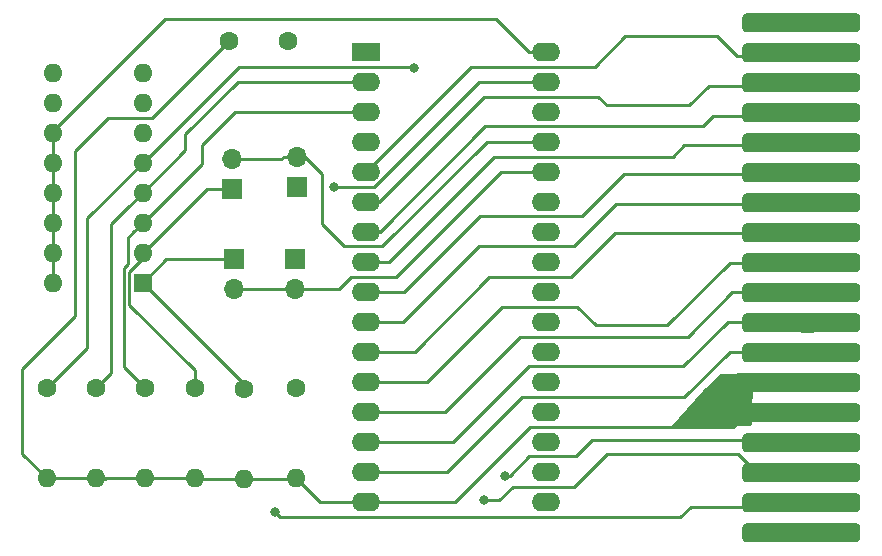
<source format=gbr>
G04 #@! TF.GenerationSoftware,KiCad,Pcbnew,5.0.2+dfsg1-1~bpo9+1*
G04 #@! TF.CreationDate,2019-09-01T17:00:00+01:00*
G04 #@! TF.ProjectId,multicart,6d756c74-6963-4617-9274-2e6b69636164,V0.1*
G04 #@! TF.SameCoordinates,Original*
G04 #@! TF.FileFunction,Copper,L2,Bot*
G04 #@! TF.FilePolarity,Positive*
%FSLAX46Y46*%
G04 Gerber Fmt 4.6, Leading zero omitted, Abs format (unit mm)*
G04 Created by KiCad (PCBNEW 5.0.2+dfsg1-1~bpo9+1) date Sun 01 Sep 2019 17:00:00 BST*
%MOMM*%
%LPD*%
G01*
G04 APERTURE LIST*
G04 #@! TA.AperFunction,ComponentPad*
%ADD10O,1.600000X1.600000*%
G04 #@! TD*
G04 #@! TA.AperFunction,ComponentPad*
%ADD11C,1.600000*%
G04 #@! TD*
G04 #@! TA.AperFunction,Conductor*
%ADD12C,0.100000*%
G04 #@! TD*
G04 #@! TA.AperFunction,ConnectorPad*
%ADD13C,1.600000*%
G04 #@! TD*
G04 #@! TA.AperFunction,ComponentPad*
%ADD14R,1.600000X1.600000*%
G04 #@! TD*
G04 #@! TA.AperFunction,ComponentPad*
%ADD15O,2.400000X1.600000*%
G04 #@! TD*
G04 #@! TA.AperFunction,ComponentPad*
%ADD16R,2.400000X1.600000*%
G04 #@! TD*
G04 #@! TA.AperFunction,ComponentPad*
%ADD17O,1.700000X1.700000*%
G04 #@! TD*
G04 #@! TA.AperFunction,ComponentPad*
%ADD18R,1.700000X1.700000*%
G04 #@! TD*
G04 #@! TA.AperFunction,ViaPad*
%ADD19C,0.800000*%
G04 #@! TD*
G04 #@! TA.AperFunction,Conductor*
%ADD20C,0.250000*%
G04 #@! TD*
G04 #@! TA.AperFunction,Conductor*
%ADD21C,0.254000*%
G04 #@! TD*
G04 APERTURE END LIST*
D10*
G04 #@! TO.P,R6,2*
G04 #@! TO.N,GND*
X88036400Y-84937600D03*
D11*
G04 #@! TO.P,R6,1*
G04 #@! TO.N,Net-(R6-Pad1)*
X88036400Y-77317600D03*
G04 #@! TD*
G04 #@! TO.P,C1,2*
G04 #@! TO.N,VCC*
X87321400Y-47955200D03*
G04 #@! TO.P,C1,1*
G04 #@! TO.N,GND*
X82321400Y-47955200D03*
G04 #@! TD*
D10*
G04 #@! TO.P,R5,2*
G04 #@! TO.N,GND*
X83667600Y-85013800D03*
D11*
G04 #@! TO.P,R5,1*
G04 #@! TO.N,Net-(JP2-Pad1)*
X83667600Y-77393800D03*
G04 #@! TD*
D10*
G04 #@! TO.P,R4,2*
G04 #@! TO.N,GND*
X79476600Y-84937600D03*
D11*
G04 #@! TO.P,R4,1*
G04 #@! TO.N,Net-(JP4-Pad1)*
X79476600Y-77317600D03*
G04 #@! TD*
D10*
G04 #@! TO.P,R3,2*
G04 #@! TO.N,GND*
X75234800Y-84937600D03*
D11*
G04 #@! TO.P,R3,1*
G04 #@! TO.N,Net-(R3-Pad1)*
X75234800Y-77317600D03*
G04 #@! TD*
D10*
G04 #@! TO.P,R2,2*
G04 #@! TO.N,GND*
X71120000Y-84937600D03*
D11*
G04 #@! TO.P,R2,1*
G04 #@! TO.N,Net-(R2-Pad1)*
X71120000Y-77317600D03*
G04 #@! TD*
D10*
G04 #@! TO.P,R1,2*
G04 #@! TO.N,GND*
X66929000Y-84988400D03*
D11*
G04 #@! TO.P,R1,1*
G04 #@! TO.N,Net-(R1-Pad1)*
X66929000Y-77368400D03*
G04 #@! TD*
D12*
G04 #@! TO.N,PORTB*
G04 #@! TO.C,J1*
G36*
X135449407Y-88782126D02*
X135488236Y-88787886D01*
X135526314Y-88797424D01*
X135563273Y-88810648D01*
X135598759Y-88827431D01*
X135632428Y-88847612D01*
X135663957Y-88870996D01*
X135693043Y-88897357D01*
X135719404Y-88926443D01*
X135742788Y-88957972D01*
X135762969Y-88991641D01*
X135779752Y-89027127D01*
X135792976Y-89064086D01*
X135802514Y-89102164D01*
X135808274Y-89140993D01*
X135810200Y-89180200D01*
X135810200Y-89980200D01*
X135808274Y-90019407D01*
X135802514Y-90058236D01*
X135792976Y-90096314D01*
X135779752Y-90133273D01*
X135762969Y-90168759D01*
X135742788Y-90202428D01*
X135719404Y-90233957D01*
X135693043Y-90263043D01*
X135663957Y-90289404D01*
X135632428Y-90312788D01*
X135598759Y-90332969D01*
X135563273Y-90349752D01*
X135526314Y-90362976D01*
X135488236Y-90372514D01*
X135449407Y-90378274D01*
X135410200Y-90380200D01*
X126210200Y-90380200D01*
X126170993Y-90378274D01*
X126132164Y-90372514D01*
X126094086Y-90362976D01*
X126057127Y-90349752D01*
X126021641Y-90332969D01*
X125987972Y-90312788D01*
X125956443Y-90289404D01*
X125927357Y-90263043D01*
X125900996Y-90233957D01*
X125877612Y-90202428D01*
X125857431Y-90168759D01*
X125840648Y-90133273D01*
X125827424Y-90096314D01*
X125817886Y-90058236D01*
X125812126Y-90019407D01*
X125810200Y-89980200D01*
X125810200Y-89180200D01*
X125812126Y-89140993D01*
X125817886Y-89102164D01*
X125827424Y-89064086D01*
X125840648Y-89027127D01*
X125857431Y-88991641D01*
X125877612Y-88957972D01*
X125900996Y-88926443D01*
X125927357Y-88897357D01*
X125956443Y-88870996D01*
X125987972Y-88847612D01*
X126021641Y-88827431D01*
X126057127Y-88810648D01*
X126094086Y-88797424D01*
X126132164Y-88787886D01*
X126170993Y-88782126D01*
X126210200Y-88780200D01*
X135410200Y-88780200D01*
X135449407Y-88782126D01*
X135449407Y-88782126D01*
G37*
D13*
G04 #@! TD*
G04 #@! TO.P,J1,35*
G04 #@! TO.N,PORTB*
X130810200Y-89580200D03*
D12*
G04 #@! TO.N,A14*
G04 #@! TO.C,J1*
G36*
X135449407Y-86242126D02*
X135488236Y-86247886D01*
X135526314Y-86257424D01*
X135563273Y-86270648D01*
X135598759Y-86287431D01*
X135632428Y-86307612D01*
X135663957Y-86330996D01*
X135693043Y-86357357D01*
X135719404Y-86386443D01*
X135742788Y-86417972D01*
X135762969Y-86451641D01*
X135779752Y-86487127D01*
X135792976Y-86524086D01*
X135802514Y-86562164D01*
X135808274Y-86600993D01*
X135810200Y-86640200D01*
X135810200Y-87440200D01*
X135808274Y-87479407D01*
X135802514Y-87518236D01*
X135792976Y-87556314D01*
X135779752Y-87593273D01*
X135762969Y-87628759D01*
X135742788Y-87662428D01*
X135719404Y-87693957D01*
X135693043Y-87723043D01*
X135663957Y-87749404D01*
X135632428Y-87772788D01*
X135598759Y-87792969D01*
X135563273Y-87809752D01*
X135526314Y-87822976D01*
X135488236Y-87832514D01*
X135449407Y-87838274D01*
X135410200Y-87840200D01*
X126210200Y-87840200D01*
X126170993Y-87838274D01*
X126132164Y-87832514D01*
X126094086Y-87822976D01*
X126057127Y-87809752D01*
X126021641Y-87792969D01*
X125987972Y-87772788D01*
X125956443Y-87749404D01*
X125927357Y-87723043D01*
X125900996Y-87693957D01*
X125877612Y-87662428D01*
X125857431Y-87628759D01*
X125840648Y-87593273D01*
X125827424Y-87556314D01*
X125817886Y-87518236D01*
X125812126Y-87479407D01*
X125810200Y-87440200D01*
X125810200Y-86640200D01*
X125812126Y-86600993D01*
X125817886Y-86562164D01*
X125827424Y-86524086D01*
X125840648Y-86487127D01*
X125857431Y-86451641D01*
X125877612Y-86417972D01*
X125900996Y-86386443D01*
X125927357Y-86357357D01*
X125956443Y-86330996D01*
X125987972Y-86307612D01*
X126021641Y-86287431D01*
X126057127Y-86270648D01*
X126094086Y-86257424D01*
X126132164Y-86247886D01*
X126170993Y-86242126D01*
X126210200Y-86240200D01*
X135410200Y-86240200D01*
X135449407Y-86242126D01*
X135449407Y-86242126D01*
G37*
D13*
G04 #@! TD*
G04 #@! TO.P,J1,33*
G04 #@! TO.N,A14*
X130810200Y-87040200D03*
D12*
G04 #@! TO.N,A13*
G04 #@! TO.C,J1*
G36*
X135449407Y-83702126D02*
X135488236Y-83707886D01*
X135526314Y-83717424D01*
X135563273Y-83730648D01*
X135598759Y-83747431D01*
X135632428Y-83767612D01*
X135663957Y-83790996D01*
X135693043Y-83817357D01*
X135719404Y-83846443D01*
X135742788Y-83877972D01*
X135762969Y-83911641D01*
X135779752Y-83947127D01*
X135792976Y-83984086D01*
X135802514Y-84022164D01*
X135808274Y-84060993D01*
X135810200Y-84100200D01*
X135810200Y-84900200D01*
X135808274Y-84939407D01*
X135802514Y-84978236D01*
X135792976Y-85016314D01*
X135779752Y-85053273D01*
X135762969Y-85088759D01*
X135742788Y-85122428D01*
X135719404Y-85153957D01*
X135693043Y-85183043D01*
X135663957Y-85209404D01*
X135632428Y-85232788D01*
X135598759Y-85252969D01*
X135563273Y-85269752D01*
X135526314Y-85282976D01*
X135488236Y-85292514D01*
X135449407Y-85298274D01*
X135410200Y-85300200D01*
X126210200Y-85300200D01*
X126170993Y-85298274D01*
X126132164Y-85292514D01*
X126094086Y-85282976D01*
X126057127Y-85269752D01*
X126021641Y-85252969D01*
X125987972Y-85232788D01*
X125956443Y-85209404D01*
X125927357Y-85183043D01*
X125900996Y-85153957D01*
X125877612Y-85122428D01*
X125857431Y-85088759D01*
X125840648Y-85053273D01*
X125827424Y-85016314D01*
X125817886Y-84978236D01*
X125812126Y-84939407D01*
X125810200Y-84900200D01*
X125810200Y-84100200D01*
X125812126Y-84060993D01*
X125817886Y-84022164D01*
X125827424Y-83984086D01*
X125840648Y-83947127D01*
X125857431Y-83911641D01*
X125877612Y-83877972D01*
X125900996Y-83846443D01*
X125927357Y-83817357D01*
X125956443Y-83790996D01*
X125987972Y-83767612D01*
X126021641Y-83747431D01*
X126057127Y-83730648D01*
X126094086Y-83717424D01*
X126132164Y-83707886D01*
X126170993Y-83702126D01*
X126210200Y-83700200D01*
X135410200Y-83700200D01*
X135449407Y-83702126D01*
X135449407Y-83702126D01*
G37*
D13*
G04 #@! TD*
G04 #@! TO.P,J1,31*
G04 #@! TO.N,A13*
X130810200Y-84500200D03*
D12*
G04 #@! TO.N,A12*
G04 #@! TO.C,J1*
G36*
X135449407Y-81162126D02*
X135488236Y-81167886D01*
X135526314Y-81177424D01*
X135563273Y-81190648D01*
X135598759Y-81207431D01*
X135632428Y-81227612D01*
X135663957Y-81250996D01*
X135693043Y-81277357D01*
X135719404Y-81306443D01*
X135742788Y-81337972D01*
X135762969Y-81371641D01*
X135779752Y-81407127D01*
X135792976Y-81444086D01*
X135802514Y-81482164D01*
X135808274Y-81520993D01*
X135810200Y-81560200D01*
X135810200Y-82360200D01*
X135808274Y-82399407D01*
X135802514Y-82438236D01*
X135792976Y-82476314D01*
X135779752Y-82513273D01*
X135762969Y-82548759D01*
X135742788Y-82582428D01*
X135719404Y-82613957D01*
X135693043Y-82643043D01*
X135663957Y-82669404D01*
X135632428Y-82692788D01*
X135598759Y-82712969D01*
X135563273Y-82729752D01*
X135526314Y-82742976D01*
X135488236Y-82752514D01*
X135449407Y-82758274D01*
X135410200Y-82760200D01*
X126210200Y-82760200D01*
X126170993Y-82758274D01*
X126132164Y-82752514D01*
X126094086Y-82742976D01*
X126057127Y-82729752D01*
X126021641Y-82712969D01*
X125987972Y-82692788D01*
X125956443Y-82669404D01*
X125927357Y-82643043D01*
X125900996Y-82613957D01*
X125877612Y-82582428D01*
X125857431Y-82548759D01*
X125840648Y-82513273D01*
X125827424Y-82476314D01*
X125817886Y-82438236D01*
X125812126Y-82399407D01*
X125810200Y-82360200D01*
X125810200Y-81560200D01*
X125812126Y-81520993D01*
X125817886Y-81482164D01*
X125827424Y-81444086D01*
X125840648Y-81407127D01*
X125857431Y-81371641D01*
X125877612Y-81337972D01*
X125900996Y-81306443D01*
X125927357Y-81277357D01*
X125956443Y-81250996D01*
X125987972Y-81227612D01*
X126021641Y-81207431D01*
X126057127Y-81190648D01*
X126094086Y-81177424D01*
X126132164Y-81167886D01*
X126170993Y-81162126D01*
X126210200Y-81160200D01*
X135410200Y-81160200D01*
X135449407Y-81162126D01*
X135449407Y-81162126D01*
G37*
D13*
G04 #@! TD*
G04 #@! TO.P,J1,29*
G04 #@! TO.N,A12*
X130810200Y-81960200D03*
D12*
G04 #@! TO.N,GND*
G04 #@! TO.C,J1*
G36*
X135449407Y-78622126D02*
X135488236Y-78627886D01*
X135526314Y-78637424D01*
X135563273Y-78650648D01*
X135598759Y-78667431D01*
X135632428Y-78687612D01*
X135663957Y-78710996D01*
X135693043Y-78737357D01*
X135719404Y-78766443D01*
X135742788Y-78797972D01*
X135762969Y-78831641D01*
X135779752Y-78867127D01*
X135792976Y-78904086D01*
X135802514Y-78942164D01*
X135808274Y-78980993D01*
X135810200Y-79020200D01*
X135810200Y-79820200D01*
X135808274Y-79859407D01*
X135802514Y-79898236D01*
X135792976Y-79936314D01*
X135779752Y-79973273D01*
X135762969Y-80008759D01*
X135742788Y-80042428D01*
X135719404Y-80073957D01*
X135693043Y-80103043D01*
X135663957Y-80129404D01*
X135632428Y-80152788D01*
X135598759Y-80172969D01*
X135563273Y-80189752D01*
X135526314Y-80202976D01*
X135488236Y-80212514D01*
X135449407Y-80218274D01*
X135410200Y-80220200D01*
X126210200Y-80220200D01*
X126170993Y-80218274D01*
X126132164Y-80212514D01*
X126094086Y-80202976D01*
X126057127Y-80189752D01*
X126021641Y-80172969D01*
X125987972Y-80152788D01*
X125956443Y-80129404D01*
X125927357Y-80103043D01*
X125900996Y-80073957D01*
X125877612Y-80042428D01*
X125857431Y-80008759D01*
X125840648Y-79973273D01*
X125827424Y-79936314D01*
X125817886Y-79898236D01*
X125812126Y-79859407D01*
X125810200Y-79820200D01*
X125810200Y-79020200D01*
X125812126Y-78980993D01*
X125817886Y-78942164D01*
X125827424Y-78904086D01*
X125840648Y-78867127D01*
X125857431Y-78831641D01*
X125877612Y-78797972D01*
X125900996Y-78766443D01*
X125927357Y-78737357D01*
X125956443Y-78710996D01*
X125987972Y-78687612D01*
X126021641Y-78667431D01*
X126057127Y-78650648D01*
X126094086Y-78637424D01*
X126132164Y-78627886D01*
X126170993Y-78622126D01*
X126210200Y-78620200D01*
X135410200Y-78620200D01*
X135449407Y-78622126D01*
X135449407Y-78622126D01*
G37*
D13*
G04 #@! TD*
G04 #@! TO.P,J1,27*
G04 #@! TO.N,GND*
X130810200Y-79420200D03*
D12*
G04 #@! TO.N,GND*
G04 #@! TO.C,J1*
G36*
X135449407Y-76082126D02*
X135488236Y-76087886D01*
X135526314Y-76097424D01*
X135563273Y-76110648D01*
X135598759Y-76127431D01*
X135632428Y-76147612D01*
X135663957Y-76170996D01*
X135693043Y-76197357D01*
X135719404Y-76226443D01*
X135742788Y-76257972D01*
X135762969Y-76291641D01*
X135779752Y-76327127D01*
X135792976Y-76364086D01*
X135802514Y-76402164D01*
X135808274Y-76440993D01*
X135810200Y-76480200D01*
X135810200Y-77280200D01*
X135808274Y-77319407D01*
X135802514Y-77358236D01*
X135792976Y-77396314D01*
X135779752Y-77433273D01*
X135762969Y-77468759D01*
X135742788Y-77502428D01*
X135719404Y-77533957D01*
X135693043Y-77563043D01*
X135663957Y-77589404D01*
X135632428Y-77612788D01*
X135598759Y-77632969D01*
X135563273Y-77649752D01*
X135526314Y-77662976D01*
X135488236Y-77672514D01*
X135449407Y-77678274D01*
X135410200Y-77680200D01*
X126210200Y-77680200D01*
X126170993Y-77678274D01*
X126132164Y-77672514D01*
X126094086Y-77662976D01*
X126057127Y-77649752D01*
X126021641Y-77632969D01*
X125987972Y-77612788D01*
X125956443Y-77589404D01*
X125927357Y-77563043D01*
X125900996Y-77533957D01*
X125877612Y-77502428D01*
X125857431Y-77468759D01*
X125840648Y-77433273D01*
X125827424Y-77396314D01*
X125817886Y-77358236D01*
X125812126Y-77319407D01*
X125810200Y-77280200D01*
X125810200Y-76480200D01*
X125812126Y-76440993D01*
X125817886Y-76402164D01*
X125827424Y-76364086D01*
X125840648Y-76327127D01*
X125857431Y-76291641D01*
X125877612Y-76257972D01*
X125900996Y-76226443D01*
X125927357Y-76197357D01*
X125956443Y-76170996D01*
X125987972Y-76147612D01*
X126021641Y-76127431D01*
X126057127Y-76110648D01*
X126094086Y-76097424D01*
X126132164Y-76087886D01*
X126170993Y-76082126D01*
X126210200Y-76080200D01*
X135410200Y-76080200D01*
X135449407Y-76082126D01*
X135449407Y-76082126D01*
G37*
D13*
G04 #@! TD*
G04 #@! TO.P,J1,25*
G04 #@! TO.N,GND*
X130810200Y-76880200D03*
D12*
G04 #@! TO.N,D2*
G04 #@! TO.C,J1*
G36*
X135449407Y-73542126D02*
X135488236Y-73547886D01*
X135526314Y-73557424D01*
X135563273Y-73570648D01*
X135598759Y-73587431D01*
X135632428Y-73607612D01*
X135663957Y-73630996D01*
X135693043Y-73657357D01*
X135719404Y-73686443D01*
X135742788Y-73717972D01*
X135762969Y-73751641D01*
X135779752Y-73787127D01*
X135792976Y-73824086D01*
X135802514Y-73862164D01*
X135808274Y-73900993D01*
X135810200Y-73940200D01*
X135810200Y-74740200D01*
X135808274Y-74779407D01*
X135802514Y-74818236D01*
X135792976Y-74856314D01*
X135779752Y-74893273D01*
X135762969Y-74928759D01*
X135742788Y-74962428D01*
X135719404Y-74993957D01*
X135693043Y-75023043D01*
X135663957Y-75049404D01*
X135632428Y-75072788D01*
X135598759Y-75092969D01*
X135563273Y-75109752D01*
X135526314Y-75122976D01*
X135488236Y-75132514D01*
X135449407Y-75138274D01*
X135410200Y-75140200D01*
X126210200Y-75140200D01*
X126170993Y-75138274D01*
X126132164Y-75132514D01*
X126094086Y-75122976D01*
X126057127Y-75109752D01*
X126021641Y-75092969D01*
X125987972Y-75072788D01*
X125956443Y-75049404D01*
X125927357Y-75023043D01*
X125900996Y-74993957D01*
X125877612Y-74962428D01*
X125857431Y-74928759D01*
X125840648Y-74893273D01*
X125827424Y-74856314D01*
X125817886Y-74818236D01*
X125812126Y-74779407D01*
X125810200Y-74740200D01*
X125810200Y-73940200D01*
X125812126Y-73900993D01*
X125817886Y-73862164D01*
X125827424Y-73824086D01*
X125840648Y-73787127D01*
X125857431Y-73751641D01*
X125877612Y-73717972D01*
X125900996Y-73686443D01*
X125927357Y-73657357D01*
X125956443Y-73630996D01*
X125987972Y-73607612D01*
X126021641Y-73587431D01*
X126057127Y-73570648D01*
X126094086Y-73557424D01*
X126132164Y-73547886D01*
X126170993Y-73542126D01*
X126210200Y-73540200D01*
X135410200Y-73540200D01*
X135449407Y-73542126D01*
X135449407Y-73542126D01*
G37*
D13*
G04 #@! TD*
G04 #@! TO.P,J1,23*
G04 #@! TO.N,D2*
X130810200Y-74340200D03*
D12*
G04 #@! TO.N,D1*
G04 #@! TO.C,J1*
G36*
X135449407Y-71002126D02*
X135488236Y-71007886D01*
X135526314Y-71017424D01*
X135563273Y-71030648D01*
X135598759Y-71047431D01*
X135632428Y-71067612D01*
X135663957Y-71090996D01*
X135693043Y-71117357D01*
X135719404Y-71146443D01*
X135742788Y-71177972D01*
X135762969Y-71211641D01*
X135779752Y-71247127D01*
X135792976Y-71284086D01*
X135802514Y-71322164D01*
X135808274Y-71360993D01*
X135810200Y-71400200D01*
X135810200Y-72200200D01*
X135808274Y-72239407D01*
X135802514Y-72278236D01*
X135792976Y-72316314D01*
X135779752Y-72353273D01*
X135762969Y-72388759D01*
X135742788Y-72422428D01*
X135719404Y-72453957D01*
X135693043Y-72483043D01*
X135663957Y-72509404D01*
X135632428Y-72532788D01*
X135598759Y-72552969D01*
X135563273Y-72569752D01*
X135526314Y-72582976D01*
X135488236Y-72592514D01*
X135449407Y-72598274D01*
X135410200Y-72600200D01*
X126210200Y-72600200D01*
X126170993Y-72598274D01*
X126132164Y-72592514D01*
X126094086Y-72582976D01*
X126057127Y-72569752D01*
X126021641Y-72552969D01*
X125987972Y-72532788D01*
X125956443Y-72509404D01*
X125927357Y-72483043D01*
X125900996Y-72453957D01*
X125877612Y-72422428D01*
X125857431Y-72388759D01*
X125840648Y-72353273D01*
X125827424Y-72316314D01*
X125817886Y-72278236D01*
X125812126Y-72239407D01*
X125810200Y-72200200D01*
X125810200Y-71400200D01*
X125812126Y-71360993D01*
X125817886Y-71322164D01*
X125827424Y-71284086D01*
X125840648Y-71247127D01*
X125857431Y-71211641D01*
X125877612Y-71177972D01*
X125900996Y-71146443D01*
X125927357Y-71117357D01*
X125956443Y-71090996D01*
X125987972Y-71067612D01*
X126021641Y-71047431D01*
X126057127Y-71030648D01*
X126094086Y-71017424D01*
X126132164Y-71007886D01*
X126170993Y-71002126D01*
X126210200Y-71000200D01*
X135410200Y-71000200D01*
X135449407Y-71002126D01*
X135449407Y-71002126D01*
G37*
D13*
G04 #@! TD*
G04 #@! TO.P,J1,21*
G04 #@! TO.N,D1*
X130810200Y-71800200D03*
D12*
G04 #@! TO.N,D0*
G04 #@! TO.C,J1*
G36*
X135449407Y-68462126D02*
X135488236Y-68467886D01*
X135526314Y-68477424D01*
X135563273Y-68490648D01*
X135598759Y-68507431D01*
X135632428Y-68527612D01*
X135663957Y-68550996D01*
X135693043Y-68577357D01*
X135719404Y-68606443D01*
X135742788Y-68637972D01*
X135762969Y-68671641D01*
X135779752Y-68707127D01*
X135792976Y-68744086D01*
X135802514Y-68782164D01*
X135808274Y-68820993D01*
X135810200Y-68860200D01*
X135810200Y-69660200D01*
X135808274Y-69699407D01*
X135802514Y-69738236D01*
X135792976Y-69776314D01*
X135779752Y-69813273D01*
X135762969Y-69848759D01*
X135742788Y-69882428D01*
X135719404Y-69913957D01*
X135693043Y-69943043D01*
X135663957Y-69969404D01*
X135632428Y-69992788D01*
X135598759Y-70012969D01*
X135563273Y-70029752D01*
X135526314Y-70042976D01*
X135488236Y-70052514D01*
X135449407Y-70058274D01*
X135410200Y-70060200D01*
X126210200Y-70060200D01*
X126170993Y-70058274D01*
X126132164Y-70052514D01*
X126094086Y-70042976D01*
X126057127Y-70029752D01*
X126021641Y-70012969D01*
X125987972Y-69992788D01*
X125956443Y-69969404D01*
X125927357Y-69943043D01*
X125900996Y-69913957D01*
X125877612Y-69882428D01*
X125857431Y-69848759D01*
X125840648Y-69813273D01*
X125827424Y-69776314D01*
X125817886Y-69738236D01*
X125812126Y-69699407D01*
X125810200Y-69660200D01*
X125810200Y-68860200D01*
X125812126Y-68820993D01*
X125817886Y-68782164D01*
X125827424Y-68744086D01*
X125840648Y-68707127D01*
X125857431Y-68671641D01*
X125877612Y-68637972D01*
X125900996Y-68606443D01*
X125927357Y-68577357D01*
X125956443Y-68550996D01*
X125987972Y-68527612D01*
X126021641Y-68507431D01*
X126057127Y-68490648D01*
X126094086Y-68477424D01*
X126132164Y-68467886D01*
X126170993Y-68462126D01*
X126210200Y-68460200D01*
X135410200Y-68460200D01*
X135449407Y-68462126D01*
X135449407Y-68462126D01*
G37*
D13*
G04 #@! TD*
G04 #@! TO.P,J1,19*
G04 #@! TO.N,D0*
X130810200Y-69260200D03*
D12*
G04 #@! TO.N,A0*
G04 #@! TO.C,J1*
G36*
X135449407Y-65922126D02*
X135488236Y-65927886D01*
X135526314Y-65937424D01*
X135563273Y-65950648D01*
X135598759Y-65967431D01*
X135632428Y-65987612D01*
X135663957Y-66010996D01*
X135693043Y-66037357D01*
X135719404Y-66066443D01*
X135742788Y-66097972D01*
X135762969Y-66131641D01*
X135779752Y-66167127D01*
X135792976Y-66204086D01*
X135802514Y-66242164D01*
X135808274Y-66280993D01*
X135810200Y-66320200D01*
X135810200Y-67120200D01*
X135808274Y-67159407D01*
X135802514Y-67198236D01*
X135792976Y-67236314D01*
X135779752Y-67273273D01*
X135762969Y-67308759D01*
X135742788Y-67342428D01*
X135719404Y-67373957D01*
X135693043Y-67403043D01*
X135663957Y-67429404D01*
X135632428Y-67452788D01*
X135598759Y-67472969D01*
X135563273Y-67489752D01*
X135526314Y-67502976D01*
X135488236Y-67512514D01*
X135449407Y-67518274D01*
X135410200Y-67520200D01*
X126210200Y-67520200D01*
X126170993Y-67518274D01*
X126132164Y-67512514D01*
X126094086Y-67502976D01*
X126057127Y-67489752D01*
X126021641Y-67472969D01*
X125987972Y-67452788D01*
X125956443Y-67429404D01*
X125927357Y-67403043D01*
X125900996Y-67373957D01*
X125877612Y-67342428D01*
X125857431Y-67308759D01*
X125840648Y-67273273D01*
X125827424Y-67236314D01*
X125817886Y-67198236D01*
X125812126Y-67159407D01*
X125810200Y-67120200D01*
X125810200Y-66320200D01*
X125812126Y-66280993D01*
X125817886Y-66242164D01*
X125827424Y-66204086D01*
X125840648Y-66167127D01*
X125857431Y-66131641D01*
X125877612Y-66097972D01*
X125900996Y-66066443D01*
X125927357Y-66037357D01*
X125956443Y-66010996D01*
X125987972Y-65987612D01*
X126021641Y-65967431D01*
X126057127Y-65950648D01*
X126094086Y-65937424D01*
X126132164Y-65927886D01*
X126170993Y-65922126D01*
X126210200Y-65920200D01*
X135410200Y-65920200D01*
X135449407Y-65922126D01*
X135449407Y-65922126D01*
G37*
D13*
G04 #@! TD*
G04 #@! TO.P,J1,17*
G04 #@! TO.N,A0*
X130810200Y-66720200D03*
D12*
G04 #@! TO.N,A1*
G04 #@! TO.C,J1*
G36*
X135449407Y-63382126D02*
X135488236Y-63387886D01*
X135526314Y-63397424D01*
X135563273Y-63410648D01*
X135598759Y-63427431D01*
X135632428Y-63447612D01*
X135663957Y-63470996D01*
X135693043Y-63497357D01*
X135719404Y-63526443D01*
X135742788Y-63557972D01*
X135762969Y-63591641D01*
X135779752Y-63627127D01*
X135792976Y-63664086D01*
X135802514Y-63702164D01*
X135808274Y-63740993D01*
X135810200Y-63780200D01*
X135810200Y-64580200D01*
X135808274Y-64619407D01*
X135802514Y-64658236D01*
X135792976Y-64696314D01*
X135779752Y-64733273D01*
X135762969Y-64768759D01*
X135742788Y-64802428D01*
X135719404Y-64833957D01*
X135693043Y-64863043D01*
X135663957Y-64889404D01*
X135632428Y-64912788D01*
X135598759Y-64932969D01*
X135563273Y-64949752D01*
X135526314Y-64962976D01*
X135488236Y-64972514D01*
X135449407Y-64978274D01*
X135410200Y-64980200D01*
X126210200Y-64980200D01*
X126170993Y-64978274D01*
X126132164Y-64972514D01*
X126094086Y-64962976D01*
X126057127Y-64949752D01*
X126021641Y-64932969D01*
X125987972Y-64912788D01*
X125956443Y-64889404D01*
X125927357Y-64863043D01*
X125900996Y-64833957D01*
X125877612Y-64802428D01*
X125857431Y-64768759D01*
X125840648Y-64733273D01*
X125827424Y-64696314D01*
X125817886Y-64658236D01*
X125812126Y-64619407D01*
X125810200Y-64580200D01*
X125810200Y-63780200D01*
X125812126Y-63740993D01*
X125817886Y-63702164D01*
X125827424Y-63664086D01*
X125840648Y-63627127D01*
X125857431Y-63591641D01*
X125877612Y-63557972D01*
X125900996Y-63526443D01*
X125927357Y-63497357D01*
X125956443Y-63470996D01*
X125987972Y-63447612D01*
X126021641Y-63427431D01*
X126057127Y-63410648D01*
X126094086Y-63397424D01*
X126132164Y-63387886D01*
X126170993Y-63382126D01*
X126210200Y-63380200D01*
X135410200Y-63380200D01*
X135449407Y-63382126D01*
X135449407Y-63382126D01*
G37*
D13*
G04 #@! TD*
G04 #@! TO.P,J1,15*
G04 #@! TO.N,A1*
X130810200Y-64180200D03*
D12*
G04 #@! TO.N,A2*
G04 #@! TO.C,J1*
G36*
X135449407Y-60842126D02*
X135488236Y-60847886D01*
X135526314Y-60857424D01*
X135563273Y-60870648D01*
X135598759Y-60887431D01*
X135632428Y-60907612D01*
X135663957Y-60930996D01*
X135693043Y-60957357D01*
X135719404Y-60986443D01*
X135742788Y-61017972D01*
X135762969Y-61051641D01*
X135779752Y-61087127D01*
X135792976Y-61124086D01*
X135802514Y-61162164D01*
X135808274Y-61200993D01*
X135810200Y-61240200D01*
X135810200Y-62040200D01*
X135808274Y-62079407D01*
X135802514Y-62118236D01*
X135792976Y-62156314D01*
X135779752Y-62193273D01*
X135762969Y-62228759D01*
X135742788Y-62262428D01*
X135719404Y-62293957D01*
X135693043Y-62323043D01*
X135663957Y-62349404D01*
X135632428Y-62372788D01*
X135598759Y-62392969D01*
X135563273Y-62409752D01*
X135526314Y-62422976D01*
X135488236Y-62432514D01*
X135449407Y-62438274D01*
X135410200Y-62440200D01*
X126210200Y-62440200D01*
X126170993Y-62438274D01*
X126132164Y-62432514D01*
X126094086Y-62422976D01*
X126057127Y-62409752D01*
X126021641Y-62392969D01*
X125987972Y-62372788D01*
X125956443Y-62349404D01*
X125927357Y-62323043D01*
X125900996Y-62293957D01*
X125877612Y-62262428D01*
X125857431Y-62228759D01*
X125840648Y-62193273D01*
X125827424Y-62156314D01*
X125817886Y-62118236D01*
X125812126Y-62079407D01*
X125810200Y-62040200D01*
X125810200Y-61240200D01*
X125812126Y-61200993D01*
X125817886Y-61162164D01*
X125827424Y-61124086D01*
X125840648Y-61087127D01*
X125857431Y-61051641D01*
X125877612Y-61017972D01*
X125900996Y-60986443D01*
X125927357Y-60957357D01*
X125956443Y-60930996D01*
X125987972Y-60907612D01*
X126021641Y-60887431D01*
X126057127Y-60870648D01*
X126094086Y-60857424D01*
X126132164Y-60847886D01*
X126170993Y-60842126D01*
X126210200Y-60840200D01*
X135410200Y-60840200D01*
X135449407Y-60842126D01*
X135449407Y-60842126D01*
G37*
D13*
G04 #@! TD*
G04 #@! TO.P,J1,13*
G04 #@! TO.N,A2*
X130810200Y-61640200D03*
D12*
G04 #@! TO.N,A3*
G04 #@! TO.C,J1*
G36*
X135449407Y-58302126D02*
X135488236Y-58307886D01*
X135526314Y-58317424D01*
X135563273Y-58330648D01*
X135598759Y-58347431D01*
X135632428Y-58367612D01*
X135663957Y-58390996D01*
X135693043Y-58417357D01*
X135719404Y-58446443D01*
X135742788Y-58477972D01*
X135762969Y-58511641D01*
X135779752Y-58547127D01*
X135792976Y-58584086D01*
X135802514Y-58622164D01*
X135808274Y-58660993D01*
X135810200Y-58700200D01*
X135810200Y-59500200D01*
X135808274Y-59539407D01*
X135802514Y-59578236D01*
X135792976Y-59616314D01*
X135779752Y-59653273D01*
X135762969Y-59688759D01*
X135742788Y-59722428D01*
X135719404Y-59753957D01*
X135693043Y-59783043D01*
X135663957Y-59809404D01*
X135632428Y-59832788D01*
X135598759Y-59852969D01*
X135563273Y-59869752D01*
X135526314Y-59882976D01*
X135488236Y-59892514D01*
X135449407Y-59898274D01*
X135410200Y-59900200D01*
X126210200Y-59900200D01*
X126170993Y-59898274D01*
X126132164Y-59892514D01*
X126094086Y-59882976D01*
X126057127Y-59869752D01*
X126021641Y-59852969D01*
X125987972Y-59832788D01*
X125956443Y-59809404D01*
X125927357Y-59783043D01*
X125900996Y-59753957D01*
X125877612Y-59722428D01*
X125857431Y-59688759D01*
X125840648Y-59653273D01*
X125827424Y-59616314D01*
X125817886Y-59578236D01*
X125812126Y-59539407D01*
X125810200Y-59500200D01*
X125810200Y-58700200D01*
X125812126Y-58660993D01*
X125817886Y-58622164D01*
X125827424Y-58584086D01*
X125840648Y-58547127D01*
X125857431Y-58511641D01*
X125877612Y-58477972D01*
X125900996Y-58446443D01*
X125927357Y-58417357D01*
X125956443Y-58390996D01*
X125987972Y-58367612D01*
X126021641Y-58347431D01*
X126057127Y-58330648D01*
X126094086Y-58317424D01*
X126132164Y-58307886D01*
X126170993Y-58302126D01*
X126210200Y-58300200D01*
X135410200Y-58300200D01*
X135449407Y-58302126D01*
X135449407Y-58302126D01*
G37*
D13*
G04 #@! TD*
G04 #@! TO.P,J1,11*
G04 #@! TO.N,A3*
X130810200Y-59100200D03*
D12*
G04 #@! TO.N,A4*
G04 #@! TO.C,J1*
G36*
X135449407Y-55762126D02*
X135488236Y-55767886D01*
X135526314Y-55777424D01*
X135563273Y-55790648D01*
X135598759Y-55807431D01*
X135632428Y-55827612D01*
X135663957Y-55850996D01*
X135693043Y-55877357D01*
X135719404Y-55906443D01*
X135742788Y-55937972D01*
X135762969Y-55971641D01*
X135779752Y-56007127D01*
X135792976Y-56044086D01*
X135802514Y-56082164D01*
X135808274Y-56120993D01*
X135810200Y-56160200D01*
X135810200Y-56960200D01*
X135808274Y-56999407D01*
X135802514Y-57038236D01*
X135792976Y-57076314D01*
X135779752Y-57113273D01*
X135762969Y-57148759D01*
X135742788Y-57182428D01*
X135719404Y-57213957D01*
X135693043Y-57243043D01*
X135663957Y-57269404D01*
X135632428Y-57292788D01*
X135598759Y-57312969D01*
X135563273Y-57329752D01*
X135526314Y-57342976D01*
X135488236Y-57352514D01*
X135449407Y-57358274D01*
X135410200Y-57360200D01*
X126210200Y-57360200D01*
X126170993Y-57358274D01*
X126132164Y-57352514D01*
X126094086Y-57342976D01*
X126057127Y-57329752D01*
X126021641Y-57312969D01*
X125987972Y-57292788D01*
X125956443Y-57269404D01*
X125927357Y-57243043D01*
X125900996Y-57213957D01*
X125877612Y-57182428D01*
X125857431Y-57148759D01*
X125840648Y-57113273D01*
X125827424Y-57076314D01*
X125817886Y-57038236D01*
X125812126Y-56999407D01*
X125810200Y-56960200D01*
X125810200Y-56160200D01*
X125812126Y-56120993D01*
X125817886Y-56082164D01*
X125827424Y-56044086D01*
X125840648Y-56007127D01*
X125857431Y-55971641D01*
X125877612Y-55937972D01*
X125900996Y-55906443D01*
X125927357Y-55877357D01*
X125956443Y-55850996D01*
X125987972Y-55827612D01*
X126021641Y-55807431D01*
X126057127Y-55790648D01*
X126094086Y-55777424D01*
X126132164Y-55767886D01*
X126170993Y-55762126D01*
X126210200Y-55760200D01*
X135410200Y-55760200D01*
X135449407Y-55762126D01*
X135449407Y-55762126D01*
G37*
D13*
G04 #@! TD*
G04 #@! TO.P,J1,9*
G04 #@! TO.N,A4*
X130810200Y-56560200D03*
D12*
G04 #@! TO.N,A5*
G04 #@! TO.C,J1*
G36*
X135449407Y-53222126D02*
X135488236Y-53227886D01*
X135526314Y-53237424D01*
X135563273Y-53250648D01*
X135598759Y-53267431D01*
X135632428Y-53287612D01*
X135663957Y-53310996D01*
X135693043Y-53337357D01*
X135719404Y-53366443D01*
X135742788Y-53397972D01*
X135762969Y-53431641D01*
X135779752Y-53467127D01*
X135792976Y-53504086D01*
X135802514Y-53542164D01*
X135808274Y-53580993D01*
X135810200Y-53620200D01*
X135810200Y-54420200D01*
X135808274Y-54459407D01*
X135802514Y-54498236D01*
X135792976Y-54536314D01*
X135779752Y-54573273D01*
X135762969Y-54608759D01*
X135742788Y-54642428D01*
X135719404Y-54673957D01*
X135693043Y-54703043D01*
X135663957Y-54729404D01*
X135632428Y-54752788D01*
X135598759Y-54772969D01*
X135563273Y-54789752D01*
X135526314Y-54802976D01*
X135488236Y-54812514D01*
X135449407Y-54818274D01*
X135410200Y-54820200D01*
X126210200Y-54820200D01*
X126170993Y-54818274D01*
X126132164Y-54812514D01*
X126094086Y-54802976D01*
X126057127Y-54789752D01*
X126021641Y-54772969D01*
X125987972Y-54752788D01*
X125956443Y-54729404D01*
X125927357Y-54703043D01*
X125900996Y-54673957D01*
X125877612Y-54642428D01*
X125857431Y-54608759D01*
X125840648Y-54573273D01*
X125827424Y-54536314D01*
X125817886Y-54498236D01*
X125812126Y-54459407D01*
X125810200Y-54420200D01*
X125810200Y-53620200D01*
X125812126Y-53580993D01*
X125817886Y-53542164D01*
X125827424Y-53504086D01*
X125840648Y-53467127D01*
X125857431Y-53431641D01*
X125877612Y-53397972D01*
X125900996Y-53366443D01*
X125927357Y-53337357D01*
X125956443Y-53310996D01*
X125987972Y-53287612D01*
X126021641Y-53267431D01*
X126057127Y-53250648D01*
X126094086Y-53237424D01*
X126132164Y-53227886D01*
X126170993Y-53222126D01*
X126210200Y-53220200D01*
X135410200Y-53220200D01*
X135449407Y-53222126D01*
X135449407Y-53222126D01*
G37*
D13*
G04 #@! TD*
G04 #@! TO.P,J1,7*
G04 #@! TO.N,A5*
X130810200Y-54020200D03*
D12*
G04 #@! TO.N,A6*
G04 #@! TO.C,J1*
G36*
X135449407Y-50682126D02*
X135488236Y-50687886D01*
X135526314Y-50697424D01*
X135563273Y-50710648D01*
X135598759Y-50727431D01*
X135632428Y-50747612D01*
X135663957Y-50770996D01*
X135693043Y-50797357D01*
X135719404Y-50826443D01*
X135742788Y-50857972D01*
X135762969Y-50891641D01*
X135779752Y-50927127D01*
X135792976Y-50964086D01*
X135802514Y-51002164D01*
X135808274Y-51040993D01*
X135810200Y-51080200D01*
X135810200Y-51880200D01*
X135808274Y-51919407D01*
X135802514Y-51958236D01*
X135792976Y-51996314D01*
X135779752Y-52033273D01*
X135762969Y-52068759D01*
X135742788Y-52102428D01*
X135719404Y-52133957D01*
X135693043Y-52163043D01*
X135663957Y-52189404D01*
X135632428Y-52212788D01*
X135598759Y-52232969D01*
X135563273Y-52249752D01*
X135526314Y-52262976D01*
X135488236Y-52272514D01*
X135449407Y-52278274D01*
X135410200Y-52280200D01*
X126210200Y-52280200D01*
X126170993Y-52278274D01*
X126132164Y-52272514D01*
X126094086Y-52262976D01*
X126057127Y-52249752D01*
X126021641Y-52232969D01*
X125987972Y-52212788D01*
X125956443Y-52189404D01*
X125927357Y-52163043D01*
X125900996Y-52133957D01*
X125877612Y-52102428D01*
X125857431Y-52068759D01*
X125840648Y-52033273D01*
X125827424Y-51996314D01*
X125817886Y-51958236D01*
X125812126Y-51919407D01*
X125810200Y-51880200D01*
X125810200Y-51080200D01*
X125812126Y-51040993D01*
X125817886Y-51002164D01*
X125827424Y-50964086D01*
X125840648Y-50927127D01*
X125857431Y-50891641D01*
X125877612Y-50857972D01*
X125900996Y-50826443D01*
X125927357Y-50797357D01*
X125956443Y-50770996D01*
X125987972Y-50747612D01*
X126021641Y-50727431D01*
X126057127Y-50710648D01*
X126094086Y-50697424D01*
X126132164Y-50687886D01*
X126170993Y-50682126D01*
X126210200Y-50680200D01*
X135410200Y-50680200D01*
X135449407Y-50682126D01*
X135449407Y-50682126D01*
G37*
D13*
G04 #@! TD*
G04 #@! TO.P,J1,5*
G04 #@! TO.N,A6*
X130810200Y-51480200D03*
D12*
G04 #@! TO.N,A7*
G04 #@! TO.C,J1*
G36*
X135449407Y-48142126D02*
X135488236Y-48147886D01*
X135526314Y-48157424D01*
X135563273Y-48170648D01*
X135598759Y-48187431D01*
X135632428Y-48207612D01*
X135663957Y-48230996D01*
X135693043Y-48257357D01*
X135719404Y-48286443D01*
X135742788Y-48317972D01*
X135762969Y-48351641D01*
X135779752Y-48387127D01*
X135792976Y-48424086D01*
X135802514Y-48462164D01*
X135808274Y-48500993D01*
X135810200Y-48540200D01*
X135810200Y-49340200D01*
X135808274Y-49379407D01*
X135802514Y-49418236D01*
X135792976Y-49456314D01*
X135779752Y-49493273D01*
X135762969Y-49528759D01*
X135742788Y-49562428D01*
X135719404Y-49593957D01*
X135693043Y-49623043D01*
X135663957Y-49649404D01*
X135632428Y-49672788D01*
X135598759Y-49692969D01*
X135563273Y-49709752D01*
X135526314Y-49722976D01*
X135488236Y-49732514D01*
X135449407Y-49738274D01*
X135410200Y-49740200D01*
X126210200Y-49740200D01*
X126170993Y-49738274D01*
X126132164Y-49732514D01*
X126094086Y-49722976D01*
X126057127Y-49709752D01*
X126021641Y-49692969D01*
X125987972Y-49672788D01*
X125956443Y-49649404D01*
X125927357Y-49623043D01*
X125900996Y-49593957D01*
X125877612Y-49562428D01*
X125857431Y-49528759D01*
X125840648Y-49493273D01*
X125827424Y-49456314D01*
X125817886Y-49418236D01*
X125812126Y-49379407D01*
X125810200Y-49340200D01*
X125810200Y-48540200D01*
X125812126Y-48500993D01*
X125817886Y-48462164D01*
X125827424Y-48424086D01*
X125840648Y-48387127D01*
X125857431Y-48351641D01*
X125877612Y-48317972D01*
X125900996Y-48286443D01*
X125927357Y-48257357D01*
X125956443Y-48230996D01*
X125987972Y-48207612D01*
X126021641Y-48187431D01*
X126057127Y-48170648D01*
X126094086Y-48157424D01*
X126132164Y-48147886D01*
X126170993Y-48142126D01*
X126210200Y-48140200D01*
X135410200Y-48140200D01*
X135449407Y-48142126D01*
X135449407Y-48142126D01*
G37*
D13*
G04 #@! TD*
G04 #@! TO.P,J1,3*
G04 #@! TO.N,A7*
X130810200Y-48940200D03*
D12*
G04 #@! TO.N,HALT*
G04 #@! TO.C,J1*
G36*
X135449407Y-45602126D02*
X135488236Y-45607886D01*
X135526314Y-45617424D01*
X135563273Y-45630648D01*
X135598759Y-45647431D01*
X135632428Y-45667612D01*
X135663957Y-45690996D01*
X135693043Y-45717357D01*
X135719404Y-45746443D01*
X135742788Y-45777972D01*
X135762969Y-45811641D01*
X135779752Y-45847127D01*
X135792976Y-45884086D01*
X135802514Y-45922164D01*
X135808274Y-45960993D01*
X135810200Y-46000200D01*
X135810200Y-46800200D01*
X135808274Y-46839407D01*
X135802514Y-46878236D01*
X135792976Y-46916314D01*
X135779752Y-46953273D01*
X135762969Y-46988759D01*
X135742788Y-47022428D01*
X135719404Y-47053957D01*
X135693043Y-47083043D01*
X135663957Y-47109404D01*
X135632428Y-47132788D01*
X135598759Y-47152969D01*
X135563273Y-47169752D01*
X135526314Y-47182976D01*
X135488236Y-47192514D01*
X135449407Y-47198274D01*
X135410200Y-47200200D01*
X126210200Y-47200200D01*
X126170993Y-47198274D01*
X126132164Y-47192514D01*
X126094086Y-47182976D01*
X126057127Y-47169752D01*
X126021641Y-47152969D01*
X125987972Y-47132788D01*
X125956443Y-47109404D01*
X125927357Y-47083043D01*
X125900996Y-47053957D01*
X125877612Y-47022428D01*
X125857431Y-46988759D01*
X125840648Y-46953273D01*
X125827424Y-46916314D01*
X125817886Y-46878236D01*
X125812126Y-46839407D01*
X125810200Y-46800200D01*
X125810200Y-46000200D01*
X125812126Y-45960993D01*
X125817886Y-45922164D01*
X125827424Y-45884086D01*
X125840648Y-45847127D01*
X125857431Y-45811641D01*
X125877612Y-45777972D01*
X125900996Y-45746443D01*
X125927357Y-45717357D01*
X125956443Y-45690996D01*
X125987972Y-45667612D01*
X126021641Y-45647431D01*
X126057127Y-45630648D01*
X126094086Y-45617424D01*
X126132164Y-45607886D01*
X126170993Y-45602126D01*
X126210200Y-45600200D01*
X135410200Y-45600200D01*
X135449407Y-45602126D01*
X135449407Y-45602126D01*
G37*
D13*
G04 #@! TD*
G04 #@! TO.P,J1,1*
G04 #@! TO.N,HALT*
X130810200Y-46400200D03*
D10*
G04 #@! TO.P,SW1,16*
G04 #@! TO.N,VCC*
X67437000Y-68427600D03*
G04 #@! TO.P,SW1,8*
G04 #@! TO.N,Net-(SW1-Pad8)*
X75057000Y-50647600D03*
G04 #@! TO.P,SW1,15*
G04 #@! TO.N,VCC*
X67437000Y-65887600D03*
G04 #@! TO.P,SW1,7*
G04 #@! TO.N,Net-(SW1-Pad7)*
X75057000Y-53187600D03*
G04 #@! TO.P,SW1,14*
G04 #@! TO.N,VCC*
X67437000Y-63347600D03*
G04 #@! TO.P,SW1,6*
G04 #@! TO.N,Net-(R6-Pad1)*
X75057000Y-55727600D03*
G04 #@! TO.P,SW1,13*
G04 #@! TO.N,VCC*
X67437000Y-60807600D03*
G04 #@! TO.P,SW1,5*
G04 #@! TO.N,Net-(R1-Pad1)*
X75057000Y-58267600D03*
G04 #@! TO.P,SW1,12*
G04 #@! TO.N,VCC*
X67437000Y-58267600D03*
G04 #@! TO.P,SW1,4*
G04 #@! TO.N,Net-(R2-Pad1)*
X75057000Y-60807600D03*
G04 #@! TO.P,SW1,11*
G04 #@! TO.N,VCC*
X67437000Y-55727600D03*
G04 #@! TO.P,SW1,3*
G04 #@! TO.N,Net-(R3-Pad1)*
X75057000Y-63347600D03*
G04 #@! TO.P,SW1,10*
G04 #@! TO.N,Net-(SW1-Pad10)*
X67437000Y-53187600D03*
G04 #@! TO.P,SW1,2*
G04 #@! TO.N,Net-(JP4-Pad1)*
X75057000Y-65887600D03*
G04 #@! TO.P,SW1,9*
G04 #@! TO.N,Net-(SW1-Pad9)*
X67437000Y-50647600D03*
D14*
G04 #@! TO.P,SW1,1*
G04 #@! TO.N,Net-(JP2-Pad1)*
X75057000Y-68427600D03*
G04 #@! TD*
D15*
G04 #@! TO.P,U1,32*
G04 #@! TO.N,VCC*
X109194600Y-48844200D03*
G04 #@! TO.P,U1,16*
G04 #@! TO.N,GND*
X93954600Y-86944200D03*
G04 #@! TO.P,U1,31*
G04 #@! TO.N,Net-(R6-Pad1)*
X109194600Y-51384200D03*
G04 #@! TO.P,U1,15*
G04 #@! TO.N,D2*
X93954600Y-84404200D03*
G04 #@! TO.P,U1,30*
G04 #@! TO.N,Net-(R1-Pad1)*
X109194600Y-53924200D03*
G04 #@! TO.P,U1,14*
G04 #@! TO.N,D1*
X93954600Y-81864200D03*
G04 #@! TO.P,U1,29*
G04 #@! TO.N,Net-(JP3-Pad2)*
X109194600Y-56464200D03*
G04 #@! TO.P,U1,13*
G04 #@! TO.N,D0*
X93954600Y-79324200D03*
G04 #@! TO.P,U1,28*
G04 #@! TO.N,Net-(JP1-Pad2)*
X109194600Y-59004200D03*
G04 #@! TO.P,U1,12*
G04 #@! TO.N,A0*
X93954600Y-76784200D03*
G04 #@! TO.P,U1,27*
G04 #@! TO.N,A8*
X109194600Y-61544200D03*
G04 #@! TO.P,U1,11*
G04 #@! TO.N,A1*
X93954600Y-74244200D03*
G04 #@! TO.P,U1,26*
G04 #@! TO.N,A9*
X109194600Y-64084200D03*
G04 #@! TO.P,U1,10*
G04 #@! TO.N,A2*
X93954600Y-71704200D03*
G04 #@! TO.P,U1,25*
G04 #@! TO.N,A11*
X109194600Y-66624200D03*
G04 #@! TO.P,U1,9*
G04 #@! TO.N,A3*
X93954600Y-69164200D03*
G04 #@! TO.P,U1,24*
G04 #@! TO.N,OE*
X109194600Y-69164200D03*
G04 #@! TO.P,U1,8*
G04 #@! TO.N,A4*
X93954600Y-66624200D03*
G04 #@! TO.P,U1,23*
G04 #@! TO.N,A10*
X109194600Y-71704200D03*
G04 #@! TO.P,U1,7*
G04 #@! TO.N,A5*
X93954600Y-64084200D03*
G04 #@! TO.P,U1,22*
G04 #@! TO.N,CE*
X109194600Y-74244200D03*
G04 #@! TO.P,U1,6*
G04 #@! TO.N,A6*
X93954600Y-61544200D03*
G04 #@! TO.P,U1,21*
G04 #@! TO.N,D7*
X109194600Y-76784200D03*
G04 #@! TO.P,U1,5*
G04 #@! TO.N,A7*
X93954600Y-59004200D03*
G04 #@! TO.P,U1,20*
G04 #@! TO.N,D6*
X109194600Y-79324200D03*
G04 #@! TO.P,U1,4*
G04 #@! TO.N,A12*
X93954600Y-56464200D03*
G04 #@! TO.P,U1,19*
G04 #@! TO.N,D5*
X109194600Y-81864200D03*
G04 #@! TO.P,U1,3*
G04 #@! TO.N,Net-(R3-Pad1)*
X93954600Y-53924200D03*
G04 #@! TO.P,U1,18*
G04 #@! TO.N,D4*
X109194600Y-84404200D03*
G04 #@! TO.P,U1,2*
G04 #@! TO.N,Net-(R2-Pad1)*
X93954600Y-51384200D03*
G04 #@! TO.P,U1,17*
G04 #@! TO.N,D3*
X109194600Y-86944200D03*
D16*
G04 #@! TO.P,U1,1*
G04 #@! TO.N,Net-(U1-Pad1)*
X93954600Y-48844200D03*
G04 #@! TD*
D17*
G04 #@! TO.P,JP1,2*
G04 #@! TO.N,Net-(JP1-Pad2)*
X87934800Y-68910200D03*
D18*
G04 #@! TO.P,JP1,1*
G04 #@! TO.N,A13*
X87934800Y-66370200D03*
G04 #@! TD*
D17*
G04 #@! TO.P,JP2,2*
G04 #@! TO.N,Net-(JP1-Pad2)*
X82753200Y-68986400D03*
D18*
G04 #@! TO.P,JP2,1*
G04 #@! TO.N,Net-(JP2-Pad1)*
X82753200Y-66446400D03*
G04 #@! TD*
D17*
G04 #@! TO.P,JP3,2*
G04 #@! TO.N,Net-(JP3-Pad2)*
X88138000Y-57785000D03*
D18*
G04 #@! TO.P,JP3,1*
G04 #@! TO.N,A14*
X88138000Y-60325000D03*
G04 #@! TD*
D17*
G04 #@! TO.P,JP4,2*
G04 #@! TO.N,Net-(JP3-Pad2)*
X82626200Y-57912000D03*
D18*
G04 #@! TO.P,JP4,1*
G04 #@! TO.N,Net-(JP4-Pad1)*
X82626200Y-60452000D03*
G04 #@! TD*
D19*
G04 #@! TO.N,Net-(R1-Pad1)*
X98000610Y-50259190D03*
G04 #@! TO.N,GND*
X124790200Y-79324200D03*
X123698000Y-79324200D03*
X122504200Y-79324200D03*
G04 #@! TO.N,A12*
X105714800Y-84745990D03*
G04 #@! TO.N,A14*
X86283800Y-87833200D03*
G04 #@! TO.N,A13*
X103911400Y-86842600D03*
G04 #@! TO.N,Net-(R6-Pad1)*
X91236800Y-60325000D03*
G04 #@! TD*
D20*
G04 #@! TO.N,Net-(R1-Pad1)*
X97855620Y-50114200D02*
X98000610Y-50259190D01*
X83210400Y-50114200D02*
X97855620Y-50114200D01*
X75057000Y-58267600D02*
X83210400Y-50114200D01*
X66929000Y-77368400D02*
X66929000Y-77343000D01*
X70358000Y-73939400D02*
X70358000Y-62966600D01*
X70358000Y-62966600D02*
X75057000Y-58267600D01*
X66929000Y-77368400D02*
X70358000Y-73939400D01*
G04 #@! TO.N,GND*
X71907400Y-85039200D02*
X71856600Y-84988400D01*
X71856600Y-84988400D02*
X70725230Y-84988400D01*
X126810200Y-76740200D02*
X124605600Y-76740200D01*
X101473000Y-86944200D02*
X93954600Y-86944200D01*
X126810200Y-79240200D02*
X126728400Y-79240200D01*
X107823000Y-80594200D02*
X101473000Y-86944200D01*
X126810200Y-79420200D02*
X126703000Y-79527400D01*
X126810200Y-79420200D02*
X126243600Y-79420200D01*
X125069600Y-80594200D02*
X107823000Y-80594200D01*
X126243600Y-79420200D02*
X125069600Y-80594200D01*
X126714200Y-79324200D02*
X126810200Y-79420200D01*
X124790200Y-79324200D02*
X126714200Y-79324200D01*
X64871600Y-75742800D02*
X64871600Y-82931000D01*
X69342000Y-71272400D02*
X64871600Y-75742800D01*
X82321400Y-47955200D02*
X75819000Y-54457600D01*
X72121998Y-54457600D02*
X69342000Y-57237598D01*
X64871600Y-82931000D02*
X66929000Y-84988400D01*
X75819000Y-54457600D02*
X72121998Y-54457600D01*
X69342000Y-57237598D02*
X69342000Y-71272400D01*
X90043000Y-86944200D02*
X88036400Y-84937600D01*
X93954600Y-86944200D02*
X90043000Y-86944200D01*
X79552800Y-85013800D02*
X79476600Y-84937600D01*
X83667600Y-85013800D02*
X79552800Y-85013800D01*
X79476600Y-84937600D02*
X75234800Y-84937600D01*
X74103430Y-84937600D02*
X71120000Y-84937600D01*
X75234800Y-84937600D02*
X74103430Y-84937600D01*
X66979800Y-84937600D02*
X66929000Y-84988400D01*
X71120000Y-84937600D02*
X66979800Y-84937600D01*
X87960200Y-85013800D02*
X83667600Y-85013800D01*
X88036400Y-84937600D02*
X87960200Y-85013800D01*
G04 #@! TO.N,Net-(R2-Pad1)*
X83083400Y-51384200D02*
X93954600Y-51384200D01*
X78663800Y-55803800D02*
X83083400Y-51384200D01*
X78663800Y-57200800D02*
X78663800Y-55803800D01*
X75057000Y-60807600D02*
X78663800Y-57200800D01*
X73837800Y-62026800D02*
X75057000Y-60807600D01*
X72390000Y-76047600D02*
X72390000Y-63474600D01*
X72390000Y-63474600D02*
X73837800Y-62026800D01*
X71120000Y-77317600D02*
X72390000Y-76047600D01*
G04 #@! TO.N,Net-(R3-Pad1)*
X93554600Y-53924200D02*
X93954600Y-53924200D01*
X82905600Y-53924200D02*
X93954600Y-53924200D01*
X80035400Y-56794400D02*
X82905600Y-53924200D01*
X80035400Y-58369200D02*
X80035400Y-56794400D01*
X75057000Y-63347600D02*
X80035400Y-58369200D01*
X73812400Y-66852588D02*
X73812400Y-64592200D01*
X74257001Y-64147599D02*
X75057000Y-63347600D01*
X75234800Y-77317600D02*
X73481988Y-75564788D01*
X73810599Y-66852588D02*
X73812400Y-66852588D01*
X73481988Y-75564788D02*
X73481988Y-67181199D01*
X73812400Y-64592200D02*
X74257001Y-64147599D01*
X73481988Y-67181199D02*
X73810599Y-66852588D01*
G04 #@! TO.N,VCC*
X108794600Y-48844200D02*
X109194600Y-48844200D01*
X67437000Y-68427600D02*
X67437000Y-65887600D01*
X67437000Y-64756230D02*
X67437000Y-63347600D01*
X67437000Y-65887600D02*
X67437000Y-64756230D01*
X67437000Y-62216230D02*
X67437000Y-60807600D01*
X67437000Y-63347600D02*
X67437000Y-62216230D01*
X67437000Y-59676230D02*
X67437000Y-58267600D01*
X67437000Y-60807600D02*
X67437000Y-59676230D01*
X67437000Y-56858970D02*
X67437000Y-58267600D01*
X67437000Y-55727600D02*
X67437000Y-56858970D01*
X67437000Y-58013600D02*
X67437000Y-58267600D01*
X67437000Y-55575200D02*
X67437000Y-55727600D01*
X109194600Y-48844200D02*
X107744600Y-48844200D01*
X76936600Y-46075600D02*
X67437000Y-55575200D01*
X107744600Y-48844200D02*
X104976000Y-46075600D01*
X104976000Y-46075600D02*
X76936600Y-46075600D01*
G04 #@! TO.N,A12*
X106109610Y-84745990D02*
X105714800Y-84745990D01*
X113103200Y-81740200D02*
X111734600Y-83108800D01*
X107746800Y-83108800D02*
X106109610Y-84745990D01*
X111734600Y-83108800D02*
X107746800Y-83108800D01*
X126810200Y-81740200D02*
X113103200Y-81740200D01*
G04 #@! TO.N,A7*
X126810200Y-49240200D02*
X125867400Y-49240200D01*
X113334800Y-50114200D02*
X102844600Y-50114200D01*
X126810200Y-49240200D02*
X125384800Y-49240200D01*
X94208600Y-58750200D02*
X93954600Y-59004200D01*
X125384800Y-49240200D02*
X123668000Y-47523400D01*
X123668000Y-47523400D02*
X115925600Y-47523400D01*
X102844600Y-50114200D02*
X94208600Y-58750200D01*
X115925600Y-47523400D02*
X113334800Y-50114200D01*
G04 #@! TO.N,A6*
X103987600Y-52654200D02*
X95097600Y-61544200D01*
X126810200Y-51740200D02*
X122986400Y-51740200D01*
X121335800Y-53390800D02*
X114376200Y-53390800D01*
X113639600Y-52654200D02*
X103987600Y-52654200D01*
X122986400Y-51740200D02*
X121335800Y-53390800D01*
X95097600Y-61544200D02*
X93954600Y-61544200D01*
X114376200Y-53390800D02*
X113639600Y-52654200D01*
G04 #@! TO.N,A5*
X95148400Y-64084200D02*
X93954600Y-64084200D01*
X104063800Y-55168800D02*
X95148400Y-64084200D01*
X126810200Y-54240200D02*
X126745200Y-54305200D01*
X126745200Y-54305200D02*
X123342400Y-54305200D01*
X123342400Y-54305200D02*
X122478800Y-55168800D01*
X122478800Y-55168800D02*
X104063800Y-55168800D01*
G04 #@! TO.N,A4*
X95910400Y-66624200D02*
X93954600Y-66624200D01*
X119913400Y-57734200D02*
X104800400Y-57734200D01*
X120907400Y-56740200D02*
X119913400Y-57734200D01*
X104800400Y-57734200D02*
X95910400Y-66624200D01*
X126810200Y-56740200D02*
X120907400Y-56740200D01*
G04 #@! TO.N,A3*
X97205800Y-69164200D02*
X93954600Y-69164200D01*
X115816600Y-59240200D02*
X112268000Y-62788800D01*
X112268000Y-62788800D02*
X103581200Y-62788800D01*
X103581200Y-62788800D02*
X97205800Y-69164200D01*
X126810200Y-59240200D02*
X115816600Y-59240200D01*
G04 #@! TO.N,A2*
X103505000Y-65328800D02*
X97129600Y-71704200D01*
X126810200Y-61740200D02*
X126803000Y-61747400D01*
X97129600Y-71704200D02*
X93954600Y-71704200D01*
X115163600Y-61747400D02*
X111582200Y-65328800D01*
X111582200Y-65328800D02*
X103505000Y-65328800D01*
X126803000Y-61747400D02*
X115163600Y-61747400D01*
G04 #@! TO.N,A1*
X130810200Y-63490200D02*
X131950200Y-63490200D01*
X115007600Y-64240200D02*
X111328200Y-67919600D01*
X98069400Y-74244200D02*
X93954600Y-74244200D01*
X111328200Y-67919600D02*
X104394000Y-67919600D01*
X104394000Y-67919600D02*
X98069400Y-74244200D01*
X126810200Y-64240200D02*
X115007600Y-64240200D01*
G04 #@! TO.N,A0*
X130810200Y-66490200D02*
X131490200Y-66490200D01*
X99161600Y-76784200D02*
X93954600Y-76784200D01*
X105511600Y-70434200D02*
X99161600Y-76784200D01*
X111836200Y-70434200D02*
X105511600Y-70434200D01*
X113411000Y-72009000D02*
X111836200Y-70434200D01*
X124750400Y-66740200D02*
X119481600Y-72009000D01*
X119481600Y-72009000D02*
X113411000Y-72009000D01*
X126810200Y-66740200D02*
X124750400Y-66740200D01*
G04 #@! TO.N,D0*
X130810200Y-69490200D02*
X131030200Y-69490200D01*
X100685600Y-79324200D02*
X93954600Y-79324200D01*
X124968200Y-69240200D02*
X121234200Y-72974200D01*
X121234200Y-72974200D02*
X107035600Y-72974200D01*
X107035600Y-72974200D02*
X100685600Y-79324200D01*
X126810200Y-69240200D02*
X124968200Y-69240200D01*
G04 #@! TO.N,D1*
X130810200Y-72490200D02*
X131840200Y-72490200D01*
X101346000Y-81864200D02*
X93954600Y-81864200D01*
X124576400Y-71740200D02*
X120827800Y-75488800D01*
X120827800Y-75488800D02*
X107721400Y-75488800D01*
X107721400Y-75488800D02*
X101346000Y-81864200D01*
X126810200Y-71740200D02*
X124576400Y-71740200D01*
G04 #@! TO.N,D2*
X100838000Y-84404200D02*
X93954600Y-84404200D01*
X124735400Y-74240200D02*
X120921400Y-78054200D01*
X120921400Y-78054200D02*
X107188000Y-78054200D01*
X107188000Y-78054200D02*
X100838000Y-84404200D01*
X126810200Y-74240200D02*
X124735400Y-74240200D01*
G04 #@! TO.N,A14*
X86683799Y-88233199D02*
X86283800Y-87833200D01*
X120580201Y-88233199D02*
X86683799Y-88233199D01*
X121437400Y-87376000D02*
X120580201Y-88233199D01*
X126174400Y-87376000D02*
X121437400Y-87376000D01*
X126810200Y-86740200D02*
X126174400Y-87376000D01*
G04 #@! TO.N,A13*
X104546400Y-86842600D02*
X103911400Y-86842600D01*
X105257600Y-86842600D02*
X104546400Y-86842600D01*
X106400600Y-85699600D02*
X105257600Y-86842600D01*
X114350800Y-82880200D02*
X111531400Y-85699600D01*
X125450200Y-82880200D02*
X114350800Y-82880200D01*
X111531400Y-85699600D02*
X106400600Y-85699600D01*
X126810200Y-84240200D02*
X125450200Y-82880200D01*
G04 #@! TO.N,Net-(JP4-Pad1)*
X80492600Y-60452000D02*
X82626200Y-60452000D01*
X75057000Y-65887600D02*
X80492600Y-60452000D01*
X79476600Y-77317600D02*
X79476600Y-75819000D01*
X73931999Y-70274399D02*
X73931999Y-67471211D01*
X75057000Y-66346210D02*
X75057000Y-65887600D01*
X79476600Y-75819000D02*
X73931999Y-70274399D01*
X73931999Y-67471211D02*
X75057000Y-66346210D01*
G04 #@! TO.N,Net-(JP2-Pad1)*
X77038200Y-66446400D02*
X82753200Y-66446400D01*
X75057000Y-68427600D02*
X77038200Y-66446400D01*
X83667600Y-77012800D02*
X75082400Y-68427600D01*
X75082400Y-68427600D02*
X75057000Y-68427600D01*
X83667600Y-77393800D02*
X83667600Y-77012800D01*
G04 #@! TO.N,Net-(JP3-Pad2)*
X86808919Y-57912000D02*
X83828281Y-57912000D01*
X83828281Y-57912000D02*
X82626200Y-57912000D01*
X86935919Y-57785000D02*
X86808919Y-57912000D01*
X88138000Y-57785000D02*
X86935919Y-57785000D01*
X104216200Y-56464200D02*
X109194600Y-56464200D01*
X95351600Y-65328800D02*
X104216200Y-56464200D01*
X88138000Y-57785000D02*
X88798400Y-57785000D01*
X90246200Y-63474600D02*
X92100400Y-65328800D01*
X92100400Y-65328800D02*
X95351600Y-65328800D01*
X88798400Y-57785000D02*
X90246200Y-59232800D01*
X90246200Y-59232800D02*
X90246200Y-63474600D01*
G04 #@! TO.N,Net-(JP1-Pad2)*
X87858600Y-68986400D02*
X87934800Y-68910200D01*
X82753200Y-68986400D02*
X87858600Y-68986400D01*
X107416600Y-59004200D02*
X109194600Y-59004200D01*
X91694000Y-68910200D02*
X92710000Y-67894200D01*
X92710000Y-67894200D02*
X96494600Y-67894200D01*
X105384600Y-59004200D02*
X107416600Y-59004200D01*
X87934800Y-68910200D02*
X91694000Y-68910200D01*
X96494600Y-67894200D02*
X105384600Y-59004200D01*
G04 #@! TO.N,Net-(R6-Pad1)*
X94624804Y-60325000D02*
X91802485Y-60325000D01*
X109194600Y-51384200D02*
X103565604Y-51384200D01*
X91802485Y-60325000D02*
X91236800Y-60325000D01*
X103565604Y-51384200D02*
X94624804Y-60325000D01*
G04 #@! TD*
D21*
G04 #@! TO.N,GND*
G36*
X126467996Y-80419140D02*
X119972146Y-80562431D01*
X122672179Y-77507131D01*
X124004207Y-76224437D01*
X126515929Y-76177046D01*
X126467996Y-80419140D01*
X126467996Y-80419140D01*
G37*
X126467996Y-80419140D02*
X119972146Y-80562431D01*
X122672179Y-77507131D01*
X124004207Y-76224437D01*
X126515929Y-76177046D01*
X126467996Y-80419140D01*
G04 #@! TD*
M02*

</source>
